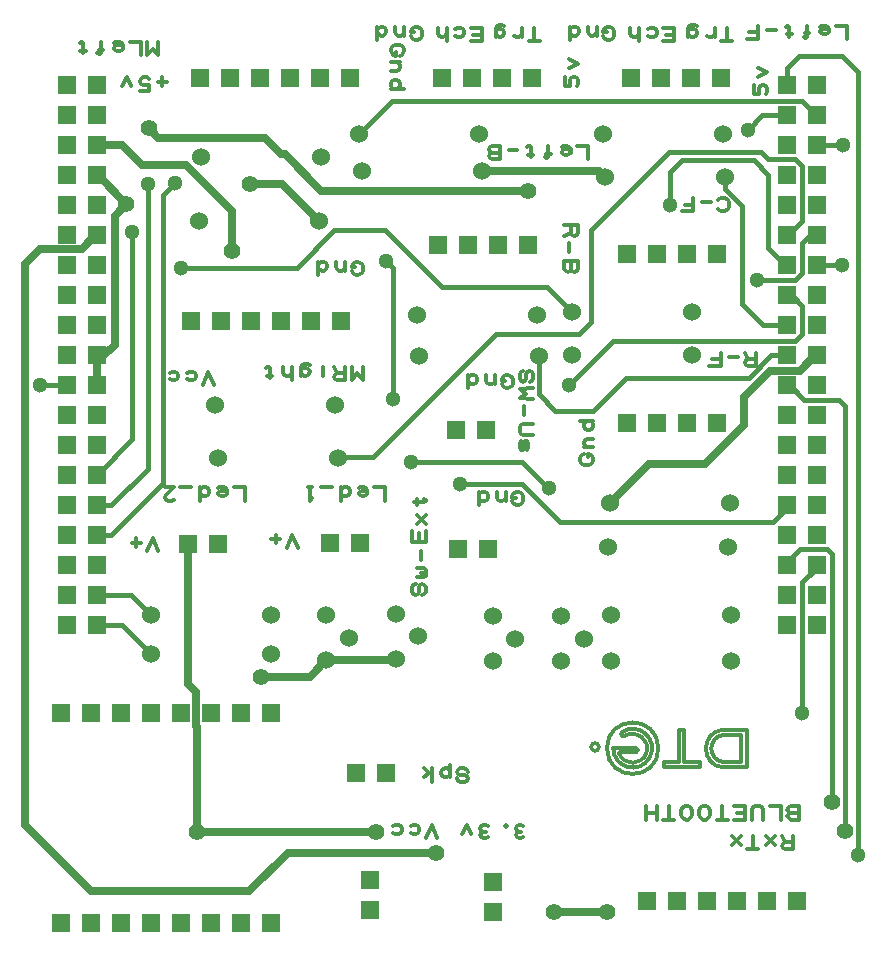
<source format=gbr>
G04 DesignSpark PCB Gerber Version 9.0 Build 5138 *
G04 #@! TF.Part,Single*
G04 #@! TF.FileFunction,Copper,L1,Top *
G04 #@! TF.FilePolarity,Positive *
%FSLAX35Y35*%
%MOIN*%
G04 #@! TA.AperFunction,ComponentPad*
%ADD99R,0.06000X0.06000*%
%ADD100R,0.06000X0.06000*%
G04 #@! TD.AperFunction*
%ADD10C,0.01181*%
%ADD25C,0.01500*%
%ADD23C,0.02520*%
G04 #@! TA.AperFunction,ComponentPad*
%ADD13R,0.06000X0.06000*%
%AMT13*0 Rounded Rectangle Pad at angle 90*4,1,8,0.03000,-0.03000,0.03000,0.03000,0.03000,0.03000,-0.03000,0.03000,-0.03000,0.03000,-0.03000,-0.03000,-0.03000,-0.03000,0.03000,-0.03000,0.03000,-0.03000,0*%
%ADD13T13*%
G04 #@! TA.AperFunction,ViaPad*
%ADD24C,0.05118*%
%ADD78C,0.05591*%
G04 #@! TA.AperFunction,ComponentPad*
%ADD82C,0.06000*%
X0Y0D02*
D02*
D10*
X51431Y143326D02*
X49585Y147756D01*
X47740Y143326*
X45526Y146279D02*
X42573D01*
X44049Y147756D02*
Y144803D01*
X51431Y313110D02*
Y308681D01*
X49585Y310895*
X47740Y308681*
Y313110*
X45526Y308681D02*
Y313110D01*
X41835*
X36667Y312741D02*
X37036Y313110D01*
X37774*
X38513*
X39251Y312741*
X39620Y312003*
Y310895*
X39251Y310526*
X38513Y310157*
X37774*
X37036Y310526*
X36667Y310895*
Y311265*
X37036Y311633*
X37774Y312003*
X38513*
X39251Y311633*
X39620Y311265*
X32238Y313110D02*
Y309419D01*
X31869Y309050*
X31500*
X31131Y309419*
X32976Y310526D02*
X31500D01*
X27194Y310157D02*
X25471D01*
X26333Y309419D02*
Y312741D01*
X25963Y313110*
X25594*
X25225Y312741*
X54187Y299822D02*
X51234D01*
X52711Y301299D02*
Y298346D01*
X48281Y300930D02*
X47543Y301299D01*
X46436*
X45698Y300930*
X45329Y300192*
Y299822*
X45698Y299084*
X46436Y298715*
X48281*
Y296870*
X45329*
X42376Y298346D02*
X40900Y301299D01*
X39423Y298346*
X69935Y198838D02*
X68089Y203267D01*
X66244Y198838*
X61077Y200684D02*
X61815Y200315D01*
X62922*
X63660Y200684*
X64030Y201422*
Y202160*
X63660Y202898*
X62922Y203267*
X61815*
X61077Y202898*
X55171Y200684D02*
X55909Y200315D01*
X57017*
X57755Y200684*
X58124Y201422*
Y202160*
X57755Y202898*
X57017Y203267*
X55909*
X55171Y202898*
X80171Y160256D02*
Y164685D01*
X76480*
X71313Y164316D02*
X71682Y164685D01*
X72420*
X73158*
X73896Y164316*
X74266Y163578*
Y162470*
X73896Y162101*
X73158Y161732*
X72420*
X71682Y162101*
X71313Y162470*
Y162839*
X71682Y163208*
X72420Y163578*
X73158*
X73896Y163208*
X74266Y162839*
X65407D02*
X65776Y162101D01*
X66515Y161732*
X67253*
X67991Y162101*
X68360Y162839*
Y163578*
X67991Y164316*
X67253Y164685*
X66515*
X65776Y164316*
X65407Y163578*
Y164685D02*
Y160256D01*
X62455Y164685D02*
X58764D01*
X53596D02*
X56549D01*
X53965Y162101*
X53596Y161363*
X53965Y160625*
X54704Y160256*
X55811*
X56549Y160625*
X97888Y144507D02*
X96042Y148937D01*
X94197Y144507*
X91982Y147460D02*
X89030D01*
X90506Y148937D02*
Y145984D01*
X119541Y204842D02*
Y200413D01*
X117696Y202628*
X115850Y200413*
Y204842*
X113636D02*
Y200413D01*
X111052*
X110314Y200782*
X109945Y201520*
X110314Y202259*
X111052Y202628*
X113636*
X111052D02*
X109945Y204842D01*
X106254D02*
Y201889D01*
Y200782D02*
X98872Y202997*
X99241Y202259D01*
X99979Y201889*
X100717*
X101456Y202259*
X101825Y202997*
Y203366*
X101456Y204104*
X100717Y204473*
X99979*
X99241Y204104*
X98872Y203366*
Y201889D02*
Y204842D01*
X99241Y205580*
X99979Y205950*
X101087*
X101825Y205580*
X95919Y204842D02*
Y200413D01*
Y202997D02*
X95550Y202259D01*
X94812Y201889*
X94074*
X93335Y202259*
X92967Y202997*
Y204842*
X89398Y201889D02*
X87676D01*
X88537Y201151D02*
Y204473D01*
X88168Y204842*
X87799*
X87430Y204473*
X116957Y238036D02*
X115850D01*
Y238405*
X116219Y239143*
X116589Y239513*
X117327Y239881*
X118065*
X118803Y239513*
X119172Y239143*
X119541Y238405*
Y236929*
X119172Y236191*
X118803Y235822*
X118065Y235452*
X117327*
X116589Y235822*
X116219Y236191*
X115850Y236929*
X113636Y239881D02*
Y236929D01*
Y238036D02*
X113267Y237298D01*
X112528Y236929*
X111790*
X111052Y237298*
X110683Y238036*
Y239881*
X104778Y238036D02*
X105146Y237298D01*
X105885Y236929*
X106623*
X107361Y237298*
X107730Y238036*
Y238774*
X107361Y239513*
X106623Y239881*
X105885*
X105146Y239513*
X104778Y238774*
Y239881D02*
Y235452D01*
X127022Y160256D02*
Y164685D01*
X123331*
X118163Y164316D02*
X118532Y164685D01*
X119270*
X120009*
X120747Y164316*
X121116Y163578*
Y162470*
X120747Y162101*
X120009Y161732*
X119270*
X118532Y162101*
X118163Y162470*
Y162839*
X118532Y163208*
X119270Y163578*
X120009*
X120747Y163208*
X121116Y162839*
X112258D02*
X112627Y162101D01*
X113365Y161732*
X114103*
X114841Y162101*
X115211Y162839*
Y163578*
X114841Y164316*
X114103Y164685*
X113365*
X112627Y164316*
X112258Y163578*
Y164685D02*
Y160256D01*
X109305Y164685D02*
X105614D01*
X102661D02*
X101185D01*
X101923D02*
Y160256D01*
X102661Y160994*
X130762Y309665D02*
Y308558D01*
X130393*
X129655Y308927*
X129285Y309296*
X128917Y310034*
Y310772*
X129285Y311511*
X129655Y311880*
X130393Y312249*
X131869*
X132607Y311880*
X132976Y311511*
X133346Y310772*
Y310034*
X132976Y309296*
X132607Y308927*
X131869Y308558*
X128917Y306343D02*
X131869D01*
X130762D02*
X131500Y305974D01*
X131869Y305236*
Y304498*
X131500Y303759*
X130762Y303391*
X128917*
X130762Y297485D02*
X131500Y297854D01*
X131869Y298592*
Y299330*
X131500Y300069*
X130762Y300438*
X130024*
X129285Y300069*
X128917Y299330*
Y298592*
X129285Y297854*
X130024Y297485*
X128917D02*
X133346D01*
X136643Y316383D02*
X135535D01*
Y316752*
X135904Y317490*
X136274Y317859*
X137012Y318228*
X137750*
X138488Y317859*
X138857Y317490*
X139226Y316752*
Y315275*
X138857Y314537*
X138488Y314168*
X137750Y313799*
X137012*
X136274Y314168*
X135904Y314537*
X135535Y315275*
X133321Y318228D02*
Y315275D01*
Y316383D02*
X132952Y315644D01*
X132213Y315275*
X131475*
X130737Y315644*
X130368Y316383*
Y318228*
X124463Y316383D02*
X124831Y315644D01*
X125570Y315275*
X126308*
X127046Y315644*
X127415Y316383*
Y317121*
X127046Y317859*
X126308Y318228*
X125570*
X124831Y317859*
X124463Y317121*
Y318228D02*
Y313799D01*
X139374Y128784D02*
X140112Y129154D01*
X140481Y129892*
Y131368*
X140112Y132106*
X139374Y132475*
X138636Y132106*
X138267Y131368*
Y129892*
X137898Y129154*
X137159Y128784*
X136421Y129154*
X136052Y129892*
Y131368*
X136421Y132106*
X137159Y132475*
X137528Y134690D02*
X140112D01*
X140481Y135059*
Y135797*
X140112Y136166*
X139005*
X140112D02*
X140481Y136535D01*
Y137274*
X140112Y137643*
X137528*
X139005Y140595D02*
Y143548D01*
X140481Y146501D02*
X136052D01*
Y150192*
X138267Y149454D02*
Y146501D01*
X140481D02*
Y150192D01*
Y152406D02*
X137528Y155359D01*
X140481D02*
X137528Y152406D01*
Y158927D02*
Y160650D01*
X136790Y159788D02*
X140112D01*
X140481Y160157*
Y160526*
X140112Y160896*
X144344Y47657D02*
X142499Y52086D01*
X140654Y47657*
X135486Y49503D02*
X136224Y49133D01*
X137331*
X138070Y49503*
X138439Y50241*
Y50979*
X138070Y51717*
X137331Y52086*
X136224*
X135486Y51717*
X129581Y49503D02*
X130319Y49133D01*
X131426*
X132164Y49503*
X132533Y50241*
Y50979*
X132164Y51717*
X131426Y52086*
X130319*
X129581Y51717*
X154581Y69877D02*
X154211Y70615D01*
X153473Y70984*
X151997*
X151259Y70615*
X150890Y69877*
X151259Y69139*
X151997Y68769*
X153473*
X154211Y68400*
X154581Y67662*
X154211Y66924*
X153473Y66555*
X151997*
X151259Y66924*
X150890Y67662*
X148675Y68031D02*
Y72091D01*
Y69877D02*
X148306Y70615D01*
X147568Y70984*
X146830*
X146091Y70615*
X145722Y69877*
Y69139*
X146091Y68400*
X146830Y68031*
X147568*
X148306Y68400*
X148675Y69139*
Y69877*
X142770Y70984D02*
Y66555D01*
Y69507D02*
X141662D01*
X139817Y68031*
X141662Y69507D02*
X139817Y70984D01*
X159305Y317834D02*
Y313405D01*
X155614*
X156352Y315620D02*
X159305D01*
Y317834D02*
X155614D01*
X150447Y315251D02*
X151185Y314881D01*
X152292*
X153030Y315251*
X153400Y315989*
Y316727*
X153030Y317465*
X152292Y317834*
X151185*
X150447Y317465*
X147494Y317834D02*
Y313405D01*
Y315989D02*
X147125Y315251D01*
X146387Y314881*
X145648*
X144910Y315251*
X144541Y315989*
Y317834*
X166957Y200241D02*
X165850D01*
Y200610*
X166219Y201348*
X166589Y201717*
X167327Y202086*
X168065*
X168803Y201717*
X169172Y201348*
X169541Y200610*
Y199133*
X169172Y198395*
X168803Y198026*
X168065Y197657*
X167327*
X166589Y198026*
X166219Y198395*
X165850Y199133*
X163636Y202086D02*
Y199133D01*
Y200241D02*
X163267Y199503D01*
X162528Y199133*
X161790*
X161052Y199503*
X160683Y200241*
Y202086*
X154778Y200241D02*
X155146Y199503D01*
X155885Y199133*
X156623*
X157361Y199503*
X157730Y200241*
Y200979*
X157361Y201717*
X156623Y202086*
X155885*
X155146Y201717*
X154778Y200979*
Y202086D02*
Y197657D01*
X172937Y203587D02*
X172199Y203218D01*
X171830Y202480*
Y201004*
X172199Y200265*
X172937Y199896*
X173675Y200265*
X174044Y201004*
Y202480*
X174413Y203218*
X175152Y203587*
X175890Y203218*
X176259Y202480*
Y201004*
X175890Y200265*
X175152Y199896*
X176259Y197682D02*
X171830Y197313D01*
X174044Y195836*
X171830Y194360*
X176259Y193991*
X173306Y191776D02*
Y188824D01*
X176259Y185871D02*
X172937D01*
X172199Y185502*
X171830Y184763*
Y183287*
X172199Y182549*
X172937Y182180*
X176259*
X172199Y179965D02*
X171830Y179227D01*
Y177751*
X172199Y177013*
X172937*
X173306Y177751*
Y179227*
X173675Y179965*
X174413*
X174783Y179227*
Y177751*
X174413Y177013*
X170501Y161265D02*
X169394D01*
Y161633*
X169763Y162372*
X170132Y162741*
X170870Y163110*
X171608*
X172346Y162741*
X172715Y162372*
X173085Y161633*
Y160157*
X172715Y159419*
X172346Y159050*
X171608Y158681*
X170870*
X170132Y159050*
X169763Y159419*
X169394Y160157*
X167179Y163110D02*
Y160157D01*
Y161265D02*
X166810Y160526D01*
X166072Y160157*
X165333*
X164595Y160526*
X164226Y161265*
Y163110*
X158321Y161265D02*
X158690Y160526D01*
X159428Y160157*
X160166*
X160904Y160526*
X161274Y161265*
Y162003*
X160904Y162741*
X160166Y163110*
X159428*
X158690Y162741*
X158321Y162003*
Y163110D02*
Y158681D01*
X173109Y51717D02*
X172371Y52086D01*
X171633*
X170894Y51717*
X170526Y50979*
X170894Y50241*
X171633Y49872*
X172371*
X171633D02*
X170894Y49503D01*
X170526Y48765*
X170894Y48026*
X171633Y47657*
X172371*
X173109Y48026*
X167204Y52086D02*
X166835Y51717D01*
X167204Y51348*
X167573Y51717*
X167204Y52086*
X161298Y51717D02*
X160560Y52086D01*
X159822*
X159083Y51717*
X158715Y50979*
X159083Y50241*
X159822Y49872*
X160560*
X159822D02*
X159083Y49503D01*
X158715Y48765*
X159083Y48026*
X159822Y47657*
X160560*
X161298Y48026*
X155762Y49133D02*
X154285Y52086D01*
X152809Y49133*
X176751Y317834D02*
Y313405D01*
X178596D02*
X174906D01*
X172691Y317834D02*
Y314881D01*
Y315989D02*
X172322Y315251D01*
X171583Y314881*
X170845*
X170107Y315251*
X163833Y315989D02*
X164202Y315251D01*
X164940Y314881*
X165678*
X166416Y315251*
X166785Y315989*
Y316358*
X166416Y317096*
X165678Y317465*
X164940*
X164202Y317096*
X163833Y316358*
Y314881D02*
Y317834D01*
X164202Y318572*
X164940Y318942*
X166047*
X166785Y318572*
X186791Y252013D02*
X191220D01*
Y249429*
X190850Y248691*
X190112Y248322*
X189374Y248691*
X189005Y249429*
Y252013*
Y249429D02*
X186791Y248322D01*
X188267Y246107D02*
Y243154D01*
X189005Y237618D02*
X188636Y236880D01*
X187898Y236511*
X187159Y236880*
X186791Y237618*
Y240202*
X191220*
Y237618*
X190850Y236880*
X190112Y236511*
X189374Y236880*
X189005Y237618*
Y240202*
X190900Y298469D02*
X191269Y299207D01*
Y300315*
X190900Y301053*
X190161Y301422*
X189792*
X189054Y301053*
X188685Y300315*
Y298469*
X186839*
Y301422*
X188316Y304375D02*
X191269Y305851D01*
X188316Y307328*
X194738Y274035D02*
Y278464D01*
X191047*
X185880Y278095D02*
X186249Y278464D01*
X186987*
X187725*
X188463Y278095*
X188833Y277357*
Y276250*
X188463Y275881*
X187725Y275511*
X186987*
X186249Y275881*
X185880Y276250*
Y276619*
X186249Y276988*
X186987Y277357*
X187725*
X188463Y276988*
X188833Y276619*
X181451Y278464D02*
Y274773D01*
X181081Y274404*
X180713*
X180343Y274773*
X182189Y275881D02*
X180713D01*
X176406Y275511D02*
X174684D01*
X175545Y274773D02*
Y278095D01*
X175176Y278464*
X174807*
X174438Y278095*
X171116Y276988D02*
X168163D01*
X162627Y276250D02*
X161889Y276619D01*
X161520Y277357*
X161889Y278095*
X162627Y278464*
X165211*
Y274035*
X162627*
X161889Y274404*
X161520Y275143*
X161889Y275881*
X162627Y276250*
X165211*
X194541Y174675D02*
Y175782D01*
X194910*
X195648Y175413*
X196018Y175044*
X196387Y174306*
Y173568*
X196018Y172830*
X195648Y172461*
X194910Y172091*
X193434*
X192696Y172461*
X192327Y172830*
X191957Y173568*
Y174306*
X192327Y175044*
X192696Y175413*
X193434Y175782*
X196387Y177997D02*
X193434D01*
X194541D02*
X193803Y178366D01*
X193434Y179104*
Y179843*
X193803Y180581*
X194541Y180950*
X196387*
X194541Y186855D02*
X193803Y186486D01*
X193434Y185748*
Y185010*
X193803Y184272*
X194541Y183902*
X195280*
X196018Y184272*
X196387Y185010*
Y185748*
X196018Y186486*
X195280Y186855*
X196387D02*
X191957D01*
X198252Y78160D02*
G75*
G03X195697I-1278D01*
G01*
G75*
G03X198252I1278*
G01*
X200816Y316383D02*
X199709D01*
Y316752*
X200078Y317490*
X200447Y317859*
X201185Y318228*
X201923*
X202661Y317859*
X203030Y317490*
X203400Y316752*
Y315275*
X203030Y314537*
X202661Y314168*
X201923Y313799*
X201185*
X200447Y314168*
X200078Y314537*
X199709Y315275*
X197494Y318228D02*
Y315275D01*
Y316383D02*
X197125Y315644D01*
X196387Y315275*
X195648*
X194910Y315644*
X194541Y316383*
Y318228*
X188636Y316383D02*
X189005Y315644D01*
X189743Y315275*
X190481*
X191219Y315644*
X191589Y316383*
Y317121*
X191219Y317859*
X190481Y318228*
X189743*
X189005Y317859*
X188636Y317121*
Y318228D02*
Y313799D01*
X210765Y76424D02*
G75*
G03Y77778J677D01*
G01*
X203066*
G75*
G03X205908Y83076I6455J-52*
G01*
G75*
G03X206807Y81744I450J-665*
G01*
G75*
G02X204967Y76061I2714J-4018*
G01*
G75*
G02X205217Y76424I257J91*
G01*
X210765*
X218096Y77726D02*
G75*
G03X200945I-8576D01*
G01*
G75*
G03X218096I8576*
G01*
X223478Y317834D02*
Y313405D01*
X219787*
X220526Y315620D02*
X223478D01*
Y317834D02*
X219787D01*
X214620Y315251D02*
X215358Y314881D01*
X216465*
X217204Y315251*
X217573Y315989*
Y316727*
X217204Y317465*
X216465Y317834*
X215358*
X214620Y317465*
X211667Y317834D02*
Y313405D01*
Y315989D02*
X211298Y315251D01*
X210560Y314881*
X209822*
X209083Y315251*
X208715Y315989*
Y317834*
X226752Y83910D02*
X225029D01*
Y73069*
X219878*
Y71320*
X231955*
Y73069*
X226752*
Y83910*
X237898Y260403D02*
X238267Y260772D01*
X239005Y261141*
X240112*
X240850Y260772*
X241219Y260403*
X241589Y259665*
Y258189*
X241219Y257450*
X240850Y257081*
X240112Y256712*
X239005*
X238267Y257081*
X237898Y257450*
X235683Y259665D02*
X232730D01*
X229778Y261141D02*
Y256712D01*
X226087*
X226825Y258927D02*
X229778D01*
X240924Y317834D02*
Y313405D01*
X242770D02*
X239079D01*
X236864Y317834D02*
Y314881D01*
Y315989D02*
X236495Y315251D01*
X235757Y314881*
X235019*
X234280Y315251*
X228006Y315989D02*
X228375Y315251D01*
X229113Y314881*
X229851*
X230589Y315251*
X230959Y315989*
Y316358*
X230589Y317096*
X229851Y317465*
X229113*
X228375Y317096*
X228006Y316358*
Y314881D02*
Y317834D01*
X228375Y318572*
X229113Y318942*
X230220*
X230959Y318572*
X245717Y82123D02*
X239661D01*
G75*
G03Y73130I632J-4496*
G01*
X245717*
Y82123*
X247494Y83902D02*
X239661D01*
G75*
G03Y71301I615J-6300*
G01*
X247494*
Y83902*
X250644Y209567D02*
Y205137D01*
X248060*
X247322Y205507*
X246953Y206245*
X247322Y206983*
X248060Y207352*
X250644*
X248060D02*
X246953Y209567D01*
X244738Y208090D02*
X241785D01*
X238833Y209567D02*
Y205137D01*
X235142*
X235880Y207352D02*
X238833D01*
X249585Y48543D02*
Y44114D01*
X251431D02*
X247740D01*
X245526Y48543D02*
X242573Y45590D01*
Y48543D02*
X245526Y45590D01*
X253892Y295713D02*
X254261Y296452D01*
Y297559*
X253892Y298297*
X253154Y298666*
X252784*
X252046Y298297*
X251677Y297559*
Y295713*
X249831*
Y298666*
X251308Y301619D02*
X254261Y303095D01*
X251308Y304572*
X262848Y48543D02*
Y44114D01*
X260265*
X259526Y44483*
X259157Y45221*
X259526Y45959*
X260265Y46328*
X262848*
X260265D02*
X259157Y48543D01*
X256943D02*
X253990Y45590D01*
Y48543D02*
X256943Y45590D01*
X262233Y56171D02*
X261495Y56540D01*
X261126Y57278*
X261495Y58017*
X262233Y58385*
X264817*
Y53956*
X262233*
X261495Y54326*
X261126Y55064*
X261495Y55802*
X262233Y56171*
X264817*
X258911Y53956D02*
Y58385D01*
X255220*
X253006Y53956D02*
Y57278D01*
X252637Y58017*
X251898Y58385*
X250422*
X249684Y58017*
X249315Y57278*
Y53956*
X247100Y58385D02*
Y53956D01*
X243409*
X244148Y56171D02*
X247100D01*
Y58385D02*
X243409D01*
X239349D02*
Y53956D01*
X241195D02*
X237504D01*
X235289Y56909D02*
Y55433D01*
X234920Y54694*
X234551Y54326*
X233813Y53956*
X233075*
X232337Y54326*
X231967Y54694*
X231598Y55433*
Y56909*
X231967Y57647*
X232337Y58017*
X233075Y58385*
X233813*
X234551Y58017*
X234920Y57647*
X235289Y56909*
X229384D02*
Y55433D01*
X229015Y54694*
X228646Y54326*
X227907Y53956*
X227169*
X226431Y54326*
X226062Y54694*
X225693Y55433*
Y56909*
X226062Y57647*
X226431Y58017*
X227169Y58385*
X227907*
X228646Y58017*
X229015Y57647*
X229384Y56909*
X221633Y58385D02*
Y53956D01*
X223478D02*
X219787D01*
X217573Y58385D02*
Y53956D01*
Y56171D02*
X213882D01*
Y58385D02*
Y53956D01*
X280959Y314193D02*
Y318622D01*
X277268*
X272100Y318253D02*
X272469Y318622D01*
X273207*
X273946*
X274684Y318253*
X275053Y317515*
Y316407*
X274684Y316038*
X273946Y315669*
X273207*
X272469Y316038*
X272100Y316407*
Y316776*
X272469Y317145*
X273207Y317515*
X273946*
X274684Y317145*
X275053Y316776*
X267671Y318622D02*
Y314931D01*
X267302Y314562*
X266933*
X266564Y314931*
X268409Y316038D02*
X266933D01*
X262627Y315669D02*
X260904D01*
X261766Y314931D02*
Y318253D01*
X261396Y318622*
X261028*
X260658Y318253*
X257337Y317145D02*
X254384D01*
X251431Y318622D02*
Y314193D01*
X247740*
X248478Y316407D02*
X251431D01*
D02*
D13*
X20841Y118706D03*
Y128706D03*
Y138706D03*
Y148706D03*
Y158706D03*
Y168706D03*
Y178706D03*
Y188706D03*
Y198706D03*
Y208706D03*
Y218706D03*
Y228706D03*
Y238706D03*
Y248706D03*
Y258706D03*
Y268706D03*
Y278706D03*
Y288706D03*
Y298706D03*
X30841Y118706D03*
Y128706D03*
Y138706D03*
Y148706D03*
Y158706D03*
Y168706D03*
Y178706D03*
Y188706D03*
Y198706D03*
Y208706D03*
Y218706D03*
Y228706D03*
Y238706D03*
Y248706D03*
Y258706D03*
Y268706D03*
Y278706D03*
Y288706D03*
Y298706D03*
X260841Y118706D03*
Y128706D03*
Y138706D03*
Y148706D03*
Y158706D03*
Y168706D03*
Y178706D03*
Y188706D03*
Y198706D03*
Y208706D03*
Y218706D03*
Y228706D03*
Y238706D03*
Y248706D03*
Y258706D03*
Y268706D03*
Y278706D03*
Y288706D03*
Y298706D03*
X270841Y118706D03*
Y128706D03*
Y138706D03*
Y148706D03*
Y158706D03*
Y168706D03*
Y178706D03*
Y188706D03*
Y198706D03*
Y208706D03*
Y218706D03*
Y228706D03*
Y238706D03*
Y248706D03*
Y258706D03*
Y268706D03*
Y278706D03*
Y288706D03*
Y298706D03*
D02*
D23*
X30841Y198706D02*
Y208706D01*
X33321*
X36864Y212249*
Y255162*
X40801Y259099*
X30841Y248706D02*
X30407D01*
X25841Y244139*
X12061*
X6943Y239020*
Y52013*
X28990Y29965*
X81746*
X94738Y42957*
X143951*
X30841Y268706D02*
X31195D01*
X40801Y259099*
X30841Y278706D02*
X39305D01*
X45919Y272091*
X60486*
X75841Y256737*
Y243351*
X61274Y145713D02*
Y99257D01*
X64030Y96501*
Y85083*
X64423Y84690*
Y49650*
X123872*
X82140Y265792D02*
X92612D01*
X104817Y253587*
X85683Y101619D02*
X101864D01*
X107337Y107091*
X130171*
X130565Y107485*
X159305Y270123D02*
X198281D01*
X200250Y268154*
X174699Y263430D02*
X105762D01*
X93557Y275635*
X92376*
X86864Y281146*
X51431*
X48281Y284296*
X183321Y23272D02*
X201037D01*
X270841Y208706D02*
X270329D01*
X265211Y203587*
X255368*
X246707Y194926*
Y185477*
X233715Y172485*
X214817*
X201825Y159493*
D02*
D24*
X12061Y198706D03*
X42770Y249650D03*
X47888Y265792D03*
X56943Y266186D03*
X58911Y237839D03*
X127415Y240202D03*
X129778Y194139D03*
X135683Y173272D03*
X151825Y165792D03*
X181746Y164611D03*
X188439Y198863D03*
X221904Y258706D03*
X247888Y283902D03*
X251037Y233902D03*
X265998Y89375D03*
X279384Y238706D03*
X279778Y278706D03*
X284502Y42170D03*
D02*
D25*
X20841Y198706D02*
X12061D01*
X30841Y118706D02*
X39226D01*
X48833Y109099*
X30841Y128706D02*
X42219D01*
X48833Y122091*
X30841Y148706D02*
X35526D01*
X53006Y166186*
Y262249*
X56943Y266186*
X30841Y158706D02*
X35683D01*
X47888Y170910*
Y265792*
X42770Y249650D02*
Y180635D01*
X30841Y168706*
X58911Y237839D02*
X97494D01*
X110093Y250438*
X127022*
X145919Y231540*
X180959*
X189226Y223272*
X129778Y194139D02*
Y237839D01*
X127415Y240202*
X181746Y164611D02*
X181352D01*
X172691Y173272*
X135683*
X260841Y138706D02*
Y139769D01*
X265211Y144139*
X274266*
X275841Y142564*
Y59887*
X260841Y158706D02*
Y157879D01*
X256156Y153194*
X185289*
X172691Y165792*
X151825*
X260841Y198706D02*
X261825D01*
X266785Y193745*
X278203*
X280171Y191776*
Y50044*
X260841Y208706D02*
X255762D01*
X248281Y201225*
X207337*
X196313Y190202*
X183715*
X178203Y195713*
Y208312*
X260841Y218706D02*
X252848D01*
X245919Y225635*
Y258548*
X240250Y264217*
Y268154*
X260841Y228706D02*
X262533D01*
X265998Y225241*
Y215792*
X263636Y213430*
X203006*
X188439Y198863*
X260841Y238706D02*
X260407D01*
X254581Y244532*
Y268942*
X249856Y273666*
X225841*
X221904Y269729*
Y258706*
X260841Y248706D02*
X261116D01*
X265998Y253587*
Y271698*
X263636Y274060*
X254581*
X252219Y276422*
X221510*
X195526Y250438*
Y219729*
X191589Y215792*
X164030*
X123085Y174847*
X111667*
X111274Y174454*
X260841Y288706D02*
X252691D01*
X247888Y283902*
X260841Y298706D02*
Y304335D01*
X264817Y308312*
X279384*
X284502Y303194*
Y42170*
X265998Y89375D02*
Y133076D01*
X270841Y137918*
Y138706*
Y238706D02*
X279384D01*
X270841Y248706D02*
X268596D01*
X265998Y246107*
Y236265*
X263636Y233902*
X251037*
X270841Y278706D02*
X279778D01*
X270841Y288706D02*
X270644D01*
X265998Y293351*
X129384*
X118360Y282328*
D02*
D78*
X40801Y259099D03*
X48281Y284296D03*
X64423Y49650D03*
X75841Y243351D03*
X82140Y265792D03*
X85683Y101619D03*
X123872Y49650D03*
X143951Y42957D03*
X174699Y263430D03*
X183321Y23272D03*
X201037D03*
X275841Y59887D03*
X280171Y50044D03*
D02*
D82*
X48833Y109099D03*
Y122091D03*
X64817Y253587D03*
X65604Y274847D03*
X70329Y192170D03*
X71274Y174454D03*
X88833Y109099D03*
Y122091D03*
X104817Y253587D03*
X105604Y274847D03*
X107337Y107091D03*
Y122091D03*
X110329Y192170D03*
X111274Y174454D03*
X114837Y114591D03*
X118360Y282328D03*
X119305Y270123D03*
X130565Y107485D03*
Y122485D03*
X137652Y222091D03*
X138065Y114985D03*
X138203Y208312D03*
X158360Y282328D03*
X159305Y270123D03*
X162848Y106698D03*
Y121698D03*
X170348Y114198D03*
X177652Y222091D03*
X178203Y208312D03*
X185683Y106698D03*
Y121698D03*
X189226Y223272D03*
X189384Y208706D03*
X193183Y114198D03*
X199620Y282328D03*
X200250Y268154D03*
X201195Y144926D03*
X201825Y159493D03*
X202219Y106737D03*
Y122091D03*
X229226Y223272D03*
X229384Y208706D03*
X239620Y282328D03*
X240250Y268154D03*
X241195Y144926D03*
X241825Y159493D03*
X242219Y106737D03*
Y122091D03*
D02*
D99*
X19049Y19375D03*
Y89375D03*
X29049Y19375D03*
Y89375D03*
X39049Y19375D03*
Y89375D03*
X49049Y19375D03*
Y89375D03*
X59049Y19375D03*
Y89375D03*
X62415Y220123D03*
X65171Y301225D03*
X69049Y19375D03*
Y89375D03*
X72415Y220123D03*
X75171Y301225D03*
X79049Y19375D03*
Y89375D03*
X82415Y220123D03*
X85171Y301225D03*
X89049Y19375D03*
Y89375D03*
X92415Y220123D03*
X95171Y301225D03*
X102415Y220123D03*
X105171Y301225D03*
X112415Y220123D03*
X115171Y301225D03*
X144699Y245320D03*
X145880Y301225D03*
X154699Y245320D03*
X155880Y301225D03*
X164699Y245320D03*
X165880Y301225D03*
X174699Y245320D03*
X175880Y301225D03*
X207691Y186265D03*
Y242564D03*
X208872Y301225D03*
X214384Y26816D03*
X217691Y186265D03*
Y242564D03*
X218872Y301225D03*
X224384Y26816D03*
X227691Y186265D03*
Y242564D03*
X228872Y301225D03*
X234384Y26816D03*
X237691Y186265D03*
Y242564D03*
X238872Y301225D03*
X244384Y26816D03*
X254384D03*
X264384D03*
D02*
D100*
X61274Y145713D03*
X71274D03*
X108518Y146107D03*
X117415Y69335D03*
X118518Y146107D03*
X121904Y23666D03*
Y33666D03*
X127415Y69335D03*
X150486Y183902D03*
X151274Y144139D03*
X160486Y183902D03*
X161274Y144139D03*
X162848Y23272D03*
Y33272D03*
X0Y0D02*
M02*

</source>
